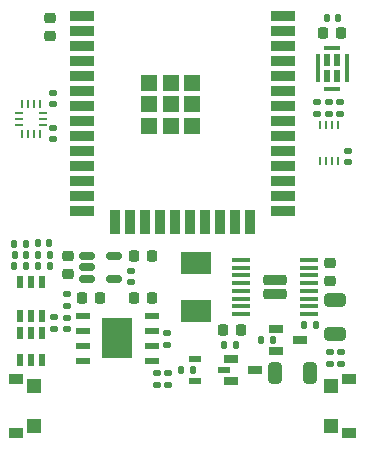
<source format=gbr>
%TF.GenerationSoftware,KiCad,Pcbnew,(6.0.6-0)*%
%TF.CreationDate,2022-11-04T12:46:31+01:00*%
%TF.ProjectId,GlowBandSmall,476c6f77-4261-46e6-9453-6d616c6c2e6b,rev?*%
%TF.SameCoordinates,Original*%
%TF.FileFunction,Paste,Top*%
%TF.FilePolarity,Positive*%
%FSLAX46Y46*%
G04 Gerber Fmt 4.6, Leading zero omitted, Abs format (unit mm)*
G04 Created by KiCad (PCBNEW (6.0.6-0)) date 2022-11-04 12:46:31*
%MOMM*%
%LPD*%
G01*
G04 APERTURE LIST*
G04 Aperture macros list*
%AMRoundRect*
0 Rectangle with rounded corners*
0 $1 Rounding radius*
0 $2 $3 $4 $5 $6 $7 $8 $9 X,Y pos of 4 corners*
0 Add a 4 corners polygon primitive as box body*
4,1,4,$2,$3,$4,$5,$6,$7,$8,$9,$2,$3,0*
0 Add four circle primitives for the rounded corners*
1,1,$1+$1,$2,$3*
1,1,$1+$1,$4,$5*
1,1,$1+$1,$6,$7*
1,1,$1+$1,$8,$9*
0 Add four rect primitives between the rounded corners*
20,1,$1+$1,$2,$3,$4,$5,0*
20,1,$1+$1,$4,$5,$6,$7,0*
20,1,$1+$1,$6,$7,$8,$9,0*
20,1,$1+$1,$8,$9,$2,$3,0*%
G04 Aperture macros list end*
%ADD10RoundRect,0.250000X-0.325000X-0.650000X0.325000X-0.650000X0.325000X0.650000X-0.325000X0.650000X0*%
%ADD11RoundRect,0.135000X0.185000X-0.135000X0.185000X0.135000X-0.185000X0.135000X-0.185000X-0.135000X0*%
%ADD12RoundRect,0.225000X-0.225000X-0.250000X0.225000X-0.250000X0.225000X0.250000X-0.225000X0.250000X0*%
%ADD13RoundRect,0.135000X0.135000X0.185000X-0.135000X0.185000X-0.135000X-0.185000X0.135000X-0.185000X0*%
%ADD14R,1.200000X0.900000*%
%ADD15R,1.300000X1.200000*%
%ADD16R,2.500000X1.900000*%
%ADD17R,0.550013X1.050013*%
%ADD18R,1.400000X0.450013*%
%ADD19R,0.450013X2.400000*%
%ADD20RoundRect,0.135000X-0.185000X0.135000X-0.185000X-0.135000X0.185000X-0.135000X0.185000X0.135000X0*%
%ADD21RoundRect,0.225000X0.250000X-0.225000X0.250000X0.225000X-0.250000X0.225000X-0.250000X-0.225000X0*%
%ADD22RoundRect,0.140000X-0.170000X0.140000X-0.170000X-0.140000X0.170000X-0.140000X0.170000X0.140000X0*%
%ADD23R,1.250013X0.700000*%
%ADD24RoundRect,0.140000X-0.140000X-0.170000X0.140000X-0.170000X0.140000X0.170000X-0.140000X0.170000X0*%
%ADD25O,0.250013X0.750013*%
%ADD26R,1.070003X0.600000*%
%ADD27RoundRect,0.140000X0.170000X-0.140000X0.170000X0.140000X-0.170000X0.140000X-0.170000X-0.140000X0*%
%ADD28RoundRect,0.225000X0.225000X0.250000X-0.225000X0.250000X-0.225000X-0.250000X0.225000X-0.250000X0*%
%ADD29RoundRect,0.135000X-0.135000X-0.185000X0.135000X-0.185000X0.135000X0.185000X-0.135000X0.185000X0*%
%ADD30R,0.550013X1.000000*%
%ADD31RoundRect,0.150000X-0.512500X-0.150000X0.512500X-0.150000X0.512500X0.150000X-0.512500X0.150000X0*%
%ADD32R,2.000000X0.900000*%
%ADD33R,0.900000X2.000000*%
%ADD34R,1.330000X1.330000*%
%ADD35R,0.280010X0.675006*%
%ADD36R,0.675006X0.280010*%
%ADD37R,1.200000X0.600000*%
%ADD38R,2.500000X3.499873*%
%ADD39R,0.532004X1.072009*%
%ADD40RoundRect,0.232500X-0.757500X-0.232500X0.757500X-0.232500X0.757500X0.232500X-0.757500X0.232500X0*%
%ADD41RoundRect,0.100000X-0.687500X-0.100000X0.687500X-0.100000X0.687500X0.100000X-0.687500X0.100000X0*%
%ADD42RoundRect,0.225000X-0.250000X0.225000X-0.250000X-0.225000X0.250000X-0.225000X0.250000X0.225000X0*%
%ADD43RoundRect,0.140000X0.140000X0.170000X-0.140000X0.170000X-0.140000X-0.170000X0.140000X-0.170000X0*%
%ADD44RoundRect,0.250000X-0.650000X0.325000X-0.650000X-0.325000X0.650000X-0.325000X0.650000X0.325000X0*%
G04 APERTURE END LIST*
D10*
%TO.C,C6*%
X122172200Y-92405200D03*
X125122200Y-92405200D03*
%TD*%
D11*
%TO.C,R9*%
X126784000Y-91645200D03*
X126784000Y-90625200D03*
%TD*%
D12*
%TO.C,C5*%
X117703600Y-88747600D03*
X119253600Y-88747600D03*
%TD*%
D11*
%TO.C,R3*%
X112115600Y-93474000D03*
X112115600Y-92454000D03*
%TD*%
D13*
%TO.C,R11*%
X121972800Y-89611200D03*
X120952800Y-89611200D03*
%TD*%
D14*
%TO.C,SW2*%
X128401368Y-92899225D03*
X128401368Y-97499175D03*
D15*
X126851457Y-93524321D03*
X126851457Y-96874333D03*
%TD*%
D12*
%TO.C,C4*%
X110172200Y-86055200D03*
X111722200Y-86055200D03*
%TD*%
D13*
%TO.C,R7*%
X115165601Y-92151200D03*
X114145601Y-92151200D03*
%TD*%
D16*
%TO.C,U4*%
X115417600Y-87190838D03*
X115417600Y-83090762D03*
%TD*%
D17*
%TO.C,U13*%
X126564721Y-65948320D03*
X126564721Y-67298587D03*
X127414607Y-67298587D03*
X127414607Y-65948320D03*
D18*
X126989664Y-64898536D03*
D19*
X125764619Y-66623454D03*
D18*
X126989664Y-68348371D03*
D19*
X128214708Y-66623454D03*
%TD*%
D20*
%TO.C,R10*%
X103441145Y-87678800D03*
X103441145Y-88698800D03*
%TD*%
D21*
%TO.C,C9*%
X126796800Y-84658800D03*
X126796800Y-83108800D03*
%TD*%
D22*
%TO.C,C18*%
X109931200Y-83797200D03*
X109931200Y-84757200D03*
%TD*%
D23*
%TO.C,U9*%
X122240800Y-88661238D03*
X122240800Y-90561162D03*
X124240800Y-89611200D03*
%TD*%
D20*
%TO.C,R8*%
X127762000Y-90625200D03*
X127762000Y-91645200D03*
%TD*%
D24*
%TO.C,C14*%
X102085200Y-81432400D03*
X103045200Y-81432400D03*
%TD*%
D21*
%TO.C,C11*%
X104597200Y-84036200D03*
X104597200Y-82486200D03*
%TD*%
D12*
%TO.C,C7*%
X105803400Y-86055200D03*
X107353400Y-86055200D03*
%TD*%
D11*
%TO.C,R1*%
X126695200Y-70461600D03*
X126695200Y-69441600D03*
%TD*%
D24*
%TO.C,C15*%
X100104000Y-82397600D03*
X101064000Y-82397600D03*
%TD*%
D25*
%TO.C,U2*%
X127437161Y-71398889D03*
X126937034Y-71398889D03*
X126437161Y-71398889D03*
X125937034Y-71398889D03*
X125937034Y-74498711D03*
X126437161Y-74498711D03*
X126937034Y-74498711D03*
X127437161Y-74498711D03*
%TD*%
D26*
%TO.C,U11*%
X115353323Y-91218979D03*
X115353323Y-93118903D03*
X117823477Y-92168941D03*
%TD*%
D11*
%TO.C,R4*%
X125730000Y-70461600D03*
X125730000Y-69441600D03*
%TD*%
D27*
%TO.C,C1*%
X127609600Y-70451600D03*
X127609600Y-69491600D03*
%TD*%
%TO.C,C8*%
X104546400Y-88719600D03*
X104546400Y-87759600D03*
%TD*%
D28*
%TO.C,C16*%
X111722200Y-82511200D03*
X110172200Y-82511200D03*
%TD*%
D20*
%TO.C,R2*%
X113080800Y-92454000D03*
X113080800Y-93474000D03*
%TD*%
D13*
%TO.C,R16*%
X101074000Y-81466800D03*
X100054000Y-81466800D03*
%TD*%
D29*
%TO.C,R17*%
X102035200Y-83354000D03*
X103055200Y-83354000D03*
%TD*%
D30*
%TO.C,U5*%
X100510085Y-87556851D03*
X101460047Y-87556851D03*
X102410009Y-87556851D03*
X102410009Y-84756749D03*
X101460047Y-84756749D03*
X100510085Y-84756749D03*
%TD*%
D28*
%TO.C,C13*%
X127765200Y-63601600D03*
X126215200Y-63601600D03*
%TD*%
D31*
%TO.C,U12*%
X106253700Y-82531200D03*
X106253700Y-83481200D03*
X106253700Y-84431200D03*
X108528700Y-84431200D03*
X108528700Y-82531200D03*
%TD*%
D32*
%TO.C,U1*%
X105817900Y-62161250D03*
X105817900Y-63431250D03*
X105817900Y-64701250D03*
X105817900Y-65971250D03*
X105817900Y-67241250D03*
X105817900Y-68511250D03*
X105817900Y-69781250D03*
X105817900Y-71051250D03*
X105817900Y-72321250D03*
X105817900Y-73591250D03*
X105817900Y-74861250D03*
X105817900Y-76131250D03*
X105817900Y-77401250D03*
X105817900Y-78671250D03*
D33*
X108602900Y-79671250D03*
X109872900Y-79671250D03*
X111142900Y-79671250D03*
X112412900Y-79671250D03*
X113682900Y-79671250D03*
X114952900Y-79671250D03*
X116222900Y-79671250D03*
X117492900Y-79671250D03*
X118762900Y-79671250D03*
X120032900Y-79671250D03*
D32*
X122817900Y-78671250D03*
X122817900Y-77401250D03*
X122817900Y-76131250D03*
X122817900Y-74861250D03*
X122817900Y-73591250D03*
X122817900Y-72321250D03*
X122817900Y-71051250D03*
X122817900Y-69781250D03*
X122817900Y-68511250D03*
X122817900Y-67241250D03*
X122817900Y-65971250D03*
X122817900Y-64701250D03*
X122817900Y-63431250D03*
X122817900Y-62161250D03*
D34*
X113317900Y-71496250D03*
X115152900Y-69661250D03*
X113317900Y-69661250D03*
X111482900Y-69661250D03*
X115152900Y-71496250D03*
X111482900Y-71496250D03*
X113317900Y-67826250D03*
X111482900Y-67826250D03*
X115152900Y-67826250D03*
%TD*%
D35*
%TO.C,U15*%
X100700549Y-72202862D03*
X101200677Y-72202862D03*
X101700549Y-72202862D03*
X102200677Y-72202862D03*
D36*
X102463161Y-71440733D03*
X102463161Y-70940860D03*
X102463161Y-70440733D03*
D35*
X102200677Y-69678858D03*
X101700549Y-69678858D03*
X101200677Y-69678858D03*
X100700549Y-69678858D03*
D36*
X100438065Y-70440733D03*
X100438065Y-70940860D03*
X100438065Y-71440733D03*
%TD*%
D37*
%TO.C,U6*%
X111686048Y-91394410D03*
X111686048Y-90124407D03*
X111686048Y-88854405D03*
X111686048Y-87584402D03*
X105869436Y-87584402D03*
X105869436Y-88854405D03*
X105869436Y-90124407D03*
X105869436Y-91394410D03*
D38*
X108777742Y-89489406D03*
%TD*%
D39*
%TO.C,U7*%
X100510085Y-91319098D03*
X101460047Y-91319098D03*
X102410009Y-91319098D03*
X102410009Y-89020902D03*
X101460047Y-89020902D03*
X100510085Y-89020902D03*
%TD*%
D40*
%TO.C,U8*%
X122123200Y-85720800D03*
X122123200Y-84560800D03*
D41*
X119260700Y-82865800D03*
X119260700Y-83515800D03*
X119260700Y-84165800D03*
X119260700Y-84815800D03*
X119260700Y-85465800D03*
X119260700Y-86115800D03*
X119260700Y-86765800D03*
X119260700Y-87415800D03*
X124985700Y-87415800D03*
X124985700Y-86765800D03*
X124985700Y-86115800D03*
X124985700Y-85465800D03*
X124985700Y-84815800D03*
X124985700Y-84165800D03*
X124985700Y-83515800D03*
X124985700Y-82865800D03*
%TD*%
D27*
%TO.C,C20*%
X103378000Y-69669600D03*
X103378000Y-68709600D03*
%TD*%
%TO.C,C3*%
X128320800Y-74569200D03*
X128320800Y-73609200D03*
%TD*%
D42*
%TO.C,C2*%
X103124000Y-62356400D03*
X103124000Y-63906400D03*
%TD*%
D13*
%TO.C,R14*%
X125577600Y-88392000D03*
X124557600Y-88392000D03*
%TD*%
D11*
%TO.C,R12*%
X113030000Y-90019600D03*
X113030000Y-88999600D03*
%TD*%
D43*
%TO.C,C12*%
X127480000Y-62382400D03*
X126520000Y-62382400D03*
%TD*%
D29*
%TO.C,R6*%
X117803201Y-90068400D03*
X118823201Y-90068400D03*
%TD*%
D14*
%TO.C,SW1*%
X100191132Y-97499175D03*
X100191132Y-92899225D03*
D15*
X101741043Y-96874079D03*
X101741043Y-93524067D03*
%TD*%
D22*
%TO.C,C19*%
X103378000Y-71684000D03*
X103378000Y-72644000D03*
%TD*%
D29*
%TO.C,R18*%
X100054000Y-83346400D03*
X101074000Y-83346400D03*
%TD*%
D11*
%TO.C,R13*%
X104546400Y-86768400D03*
X104546400Y-85748400D03*
%TD*%
D44*
%TO.C,C10*%
X127203200Y-86205800D03*
X127203200Y-89155800D03*
%TD*%
D13*
%TO.C,R15*%
X103055200Y-82388800D03*
X102035200Y-82388800D03*
%TD*%
D23*
%TO.C,U3*%
X118430801Y-91201238D03*
X118430801Y-93101162D03*
X120430801Y-92151200D03*
%TD*%
M02*

</source>
